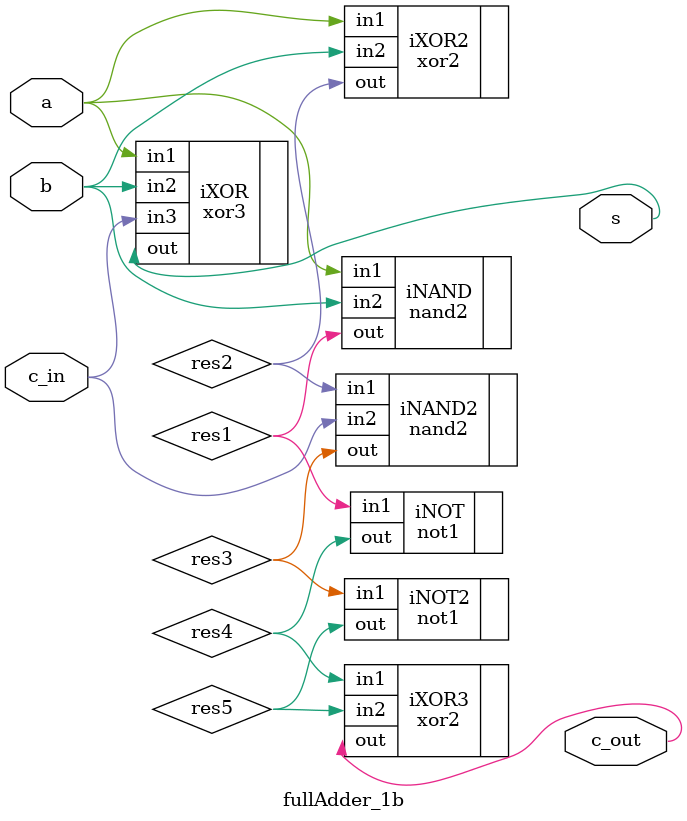
<source format=v>
/*
    CS/ECE 552 FALL '22
    Homework #2, Problem 1
    
    a 1-bit full adder
*/
module fullAdder_1b(s, c_out, a, b, c_in);
    output s;
    output c_out;
	input  a, b;
    input  c_in;

    // 3-input xor gate to compute sum
    xor3 iXOR(.in1(a),.in2(b),.in3(c_in),.out(s));

    // needed intermediate signals
    wire res1, res2, res3, res4, res5;

    // c_out is high if a*b + a*c_in + b*c_in
	// compute using only the provided NOT, NAND, NOR, and XOR gates
    nand2 iNAND(.in1(a),.in2(b),.out(res1));
    xor2 iXOR2(.in1(a),.in2(b),.out(res2));
    nand2 iNAND2(.in1(res2),.in2(c_in),.out(res3));
    not1 iNOT(.in1(res1),.out(res4));
    not1 iNOT2(.in1(res3),.out(res5));
    xor2 iXOR3(.in1(res4),.in2(res5),.out(c_out));
    
endmodule

</source>
